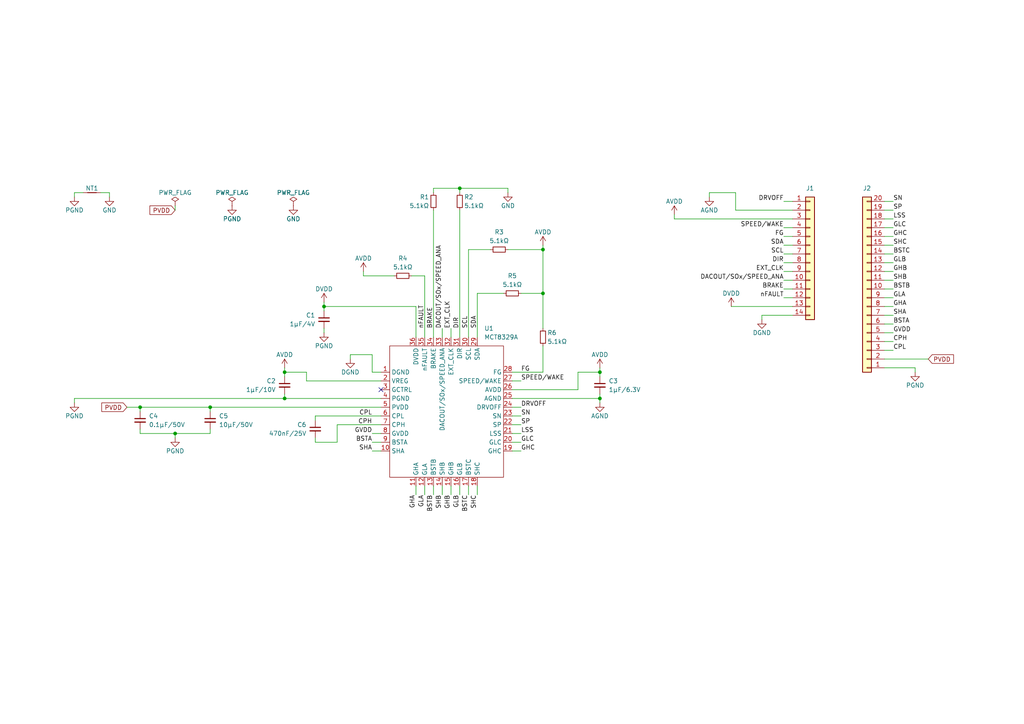
<source format=kicad_sch>
(kicad_sch (version 20230121) (generator eeschema)
  (paper "A4")
  (title_block (title "MCT8329A Breakout (25V max)") (date "2023-04-10") (rev "1.0") (company "Biscuits24_"))
  (lib_symbols
    (symbol "Connector_Generic:Conn_01x14" (pin_names (offset 1.016) hide)
      (property "Reference" "J" (at 0 17.78 0))
      (property "Value" "Conn_01x14" (at 0 -20.32 0))
      (symbol "Conn_01x14_1_1"
        (rectangle (start -1.27 -17.653) (end 0 -17.907) (stroke (width 0.1524)))
        (rectangle (start -1.27 -15.113) (end 0 -15.367) (stroke (width 0.1524)))
        (rectangle (start -1.27 -12.573) (end 0 -12.827) (stroke (width 0.1524)))
        (rectangle (start -1.27 -10.033) (end 0 -10.287) (stroke (width 0.1524)))
        (rectangle (start -1.27 -7.493) (end 0 -7.747) (stroke (width 0.1524)))
        (rectangle (start -1.27 -4.953) (end 0 -5.207) (stroke (width 0.1524)))
        (rectangle (start -1.27 -2.413) (end 0 -2.667) (stroke (width 0.1524)))
        (rectangle (start -1.27 0.127) (end 0 -0.127) (stroke (width 0.1524)))
        (rectangle (start -1.27 2.667) (end 0 2.413) (stroke (width 0.1524)))
        (rectangle (start -1.27 5.207) (end 0 4.953) (stroke (width 0.1524)))
        (rectangle (start -1.27 7.747) (end 0 7.493) (stroke (width 0.1524)))
        (rectangle (start -1.27 10.287) (end 0 10.033) (stroke (width 0.1524)))
        (rectangle (start -1.27 12.827) (end 0 12.573) (stroke (width 0.1524)))
        (rectangle (start -1.27 15.367) (end 0 15.113) (stroke (width 0.1524)))
        (rectangle (start -1.27 16.51) (end 1.27 -19.05) (stroke (width 0.254)) (fill (type background)))
        (pin passive line (at -5.08 15.24 0) (length 3.81) (name "Pin_1") (number "1"))
        (pin passive line (at -5.08 -7.62 0) (length 3.81) (name "Pin_10") (number "10"))
        (pin passive line (at -5.08 -10.16 0) (length 3.81) (name "Pin_11") (number "11"))
        (pin passive line (at -5.08 -12.7 0) (length 3.81) (name "Pin_12") (number "12"))
        (pin passive line (at -5.08 -15.24 0) (length 3.81) (name "Pin_13") (number "13"))
        (pin passive line (at -5.08 -17.78 0) (length 3.81) (name "Pin_14") (number "14"))
        (pin passive line (at -5.08 12.7 0) (length 3.81) (name "Pin_2") (number "2"))
        (pin passive line (at -5.08 10.16 0) (length 3.81) (name "Pin_3") (number "3"))
        (pin passive line (at -5.08 7.62 0) (length 3.81) (name "Pin_4") (number "4"))
        (pin passive line (at -5.08 5.08 0) (length 3.81) (name "Pin_5") (number "5"))
        (pin passive line (at -5.08 2.54 0) (length 3.81) (name "Pin_6") (number "6"))
        (pin passive line (at -5.08 0 0) (length 3.81) (name "Pin_7") (number "7"))
        (pin passive line (at -5.08 -2.54 0) (length 3.81) (name "Pin_8") (number "8"))
        (pin passive line (at -5.08 -5.08 0) (length 3.81) (name "Pin_9") (number "9"))
      )
    )
    (symbol "Connector_Generic:Conn_01x20" (pin_names (offset 1.016) hide)
      (property "Reference" "J" (at 0 25.4 0))
      (property "Value" "Conn_01x20" (at 0 -27.94 0))
      (symbol "Conn_01x20_1_1"
        (rectangle (start -1.27 -25.273) (end 0 -25.527) (stroke (width 0.1524)))
        (rectangle (start -1.27 -22.733) (end 0 -22.987) (stroke (width 0.1524)))
        (rectangle (start -1.27 -20.193) (end 0 -20.447) (stroke (width 0.1524)))
        (rectangle (start -1.27 -17.653) (end 0 -17.907) (stroke (width 0.1524)))
        (rectangle (start -1.27 -15.113) (end 0 -15.367) (stroke (width 0.1524)))
        (rectangle (start -1.27 -12.573) (end 0 -12.827) (stroke (width 0.1524)))
        (rectangle (start -1.27 -10.033) (end 0 -10.287) (stroke (width 0.1524)))
        (rectangle (start -1.27 -7.493) (end 0 -7.747) (stroke (width 0.1524)))
        (rectangle (start -1.27 -4.953) (end 0 -5.207) (stroke (width 0.1524)))
        (rectangle (start -1.27 -2.413) (end 0 -2.667) (stroke (width 0.1524)))
        (rectangle (start -1.27 0.127) (end 0 -0.127) (stroke (width 0.1524)))
        (rectangle (start -1.27 2.667) (end 0 2.413) (stroke (width 0.1524)))
        (rectangle (start -1.27 5.207) (end 0 4.953) (stroke (width 0.1524)))
        (rectangle (start -1.27 7.747) (end 0 7.493) (stroke (width 0.1524)))
        (rectangle (start -1.27 10.287) (end 0 10.033) (stroke (width 0.1524)))
        (rectangle (start -1.27 12.827) (end 0 12.573) (stroke (width 0.1524)))
        (rectangle (start -1.27 15.367) (end 0 15.113) (stroke (width 0.1524)))
        (rectangle (start -1.27 17.907) (end 0 17.653) (stroke (width 0.1524)))
        (rectangle (start -1.27 20.447) (end 0 20.193) (stroke (width 0.1524)))
        (rectangle (start -1.27 22.987) (end 0 22.733) (stroke (width 0.1524)))
        (rectangle (start -1.27 24.13) (end 1.27 -26.67) (stroke (width 0.254)) (fill (type background)))
        (pin passive line (at -5.08 22.86 0) (length 3.81) (name "Pin_1") (number "1"))
        (pin passive line (at -5.08 0 0) (length 3.81) (name "Pin_10") (number "10"))
        (pin passive line (at -5.08 -2.54 0) (length 3.81) (name "Pin_11") (number "11"))
        (pin passive line (at -5.08 -5.08 0) (length 3.81) (name "Pin_12") (number "12"))
        (pin passive line (at -5.08 -7.62 0) (length 3.81) (name "Pin_13") (number "13"))
        (pin passive line (at -5.08 -10.16 0) (length 3.81) (name "Pin_14") (number "14"))
        (pin passive line (at -5.08 -12.7 0) (length 3.81) (name "Pin_15") (number "15"))
        (pin passive line (at -5.08 -15.24 0) (length 3.81) (name "Pin_16") (number "16"))
        (pin passive line (at -5.08 -17.78 0) (length 3.81) (name "Pin_17") (number "17"))
        (pin passive line (at -5.08 -20.32 0) (length 3.81) (name "Pin_18") (number "18"))
        (pin passive line (at -5.08 -22.86 0) (length 3.81) (name "Pin_19") (number "19"))
        (pin passive line (at -5.08 20.32 0) (length 3.81) (name "Pin_2") (number "2"))
        (pin passive line (at -5.08 -25.4 0) (length 3.81) (name "Pin_20") (number "20"))
        (pin passive line (at -5.08 17.78 0) (length 3.81) (name "Pin_3") (number "3"))
        (pin passive line (at -5.08 15.24 0) (length 3.81) (name "Pin_4") (number "4"))
        (pin passive line (at -5.08 12.7 0) (length 3.81) (name "Pin_5") (number "5"))
        (pin passive line (at -5.08 10.16 0) (length 3.81) (name "Pin_6") (number "6"))
        (pin passive line (at -5.08 7.62 0) (length 3.81) (name "Pin_7") (number "7"))
        (pin passive line (at -5.08 5.08 0) (length 3.81) (name "Pin_8") (number "8"))
        (pin passive line (at -5.08 2.54 0) (length 3.81) (name "Pin_9") (number "9"))
      )
    )
    (symbol "Device:C_Small" (pin_numbers hide) (pin_names (offset 0.254) hide)
      (property "Reference" "C" (at 0.254 1.778 0))
      (property "Value" "C_Small" (at 0.254 -2.032 0))
      (symbol "C_Small_0_1"
        (polyline (pts (xy -1.524 -0.508) (xy 1.524 -0.508)) (stroke (width 0.3302)))
        (polyline (pts (xy -1.524 0.508) (xy 1.524 0.508)) (stroke (width 0.3048)))
      )
      (symbol "C_Small_1_1"
        (pin passive line (at 0 2.54 270) (length 2.032) (name "~") (number "1"))
        (pin passive line (at 0 -2.54 90) (length 2.032) (name "~") (number "2"))
      )
    )
    (symbol "Device:NetTie_2" (pin_numbers hide) (pin_names (offset 0) hide)
      (property "Reference" "NT" (at 0 1.27 0))
      (property "Value" "NetTie_2" (at 0 -1.27 0))
      (symbol "NetTie_2_0_1"
        (polyline (pts (xy -1.27 0) (xy 1.27 0)) (stroke (width 0.254)))
      )
      (symbol "NetTie_2_1_1"
        (pin passive line (at -2.54 0 0) (length 2.54) (name "1") (number "1"))
        (pin passive line (at 2.54 0 180) (length 2.54) (name "2") (number "2"))
      )
    )
    (symbol "Device:R_Small" (pin_numbers hide) (pin_names (offset 0.254) hide)
      (property "Reference" "R" (at 0.762 0.508 0))
      (property "Value" "R_Small" (at 0.762 -1.016 0))
      (symbol "R_Small_0_1"
        (rectangle (start -0.762 1.778) (end 0.762 -1.778) (stroke (width 0.2032)))
      )
      (symbol "R_Small_1_1"
        (pin passive line (at 0 2.54 270) (length 0.762) (name "~") (number "1"))
        (pin passive line (at 0 -2.54 90) (length 0.762) (name "~") (number "2"))
      )
    )
    (symbol "Driver_Motor_Extended:MCT8329A"
      (property "Reference" "U" (at -22.86 23.495 0))
      (property "Value" "MCT8329A" (at -22.86 20.955 0))
      (symbol "MCT8329A_0_0"
        (pin power_out line (at -19.05 11.43 0) (length 2.54) (name "DGND") (number "1"))
        (pin bidirectional line (at -19.05 -11.43 0) (length 2.54) (name "SHA") (number "10"))
        (pin output line (at -8.89 -21.59 90) (length 2.54) (name "GHA") (number "11"))
        (pin output line (at -6.35 -21.59 90) (length 2.54) (name "GLA") (number "12"))
        (pin output line (at -3.81 -21.59 90) (length 2.54) (name "BSTB") (number "13"))
        (pin bidirectional line (at -1.27 -21.59 90) (length 2.54) (name "SHB") (number "14"))
        (pin output line (at 1.27 -21.59 90) (length 2.54) (name "GHB") (number "15"))
        (pin output line (at 3.81 -21.59 90) (length 2.54) (name "GLB") (number "16"))
        (pin output line (at 6.35 -21.59 90) (length 2.54) (name "BSTC") (number "17"))
        (pin bidirectional line (at 8.89 -21.59 90) (length 2.54) (name "SHC") (number "18"))
        (pin output line (at 19.05 -11.43 180) (length 2.54) (name "GHC") (number "19"))
        (pin power_in line (at -19.05 8.89 0) (length 2.54) (name "VREG") (number "2"))
        (pin output line (at 19.05 -8.89 180) (length 2.54) (name "GLC") (number "20"))
        (pin power_out line (at 19.05 -6.35 180) (length 2.54) (name "LSS") (number "21"))
        (pin input line (at 19.05 -3.81 180) (length 2.54) (name "SP") (number "22"))
        (pin input line (at 19.05 -1.27 180) (length 2.54) (name "SN") (number "23"))
        (pin input line (at 19.05 1.27 180) (length 2.54) (name "DRVOFF") (number "24"))
        (pin power_out line (at 19.05 3.81 180) (length 2.54) (name "AGND") (number "25"))
        (pin power_out line (at 19.05 6.35 180) (length 2.54) (name "AVDD") (number "26"))
        (pin input line (at 19.05 8.89 180) (length 2.54) (name "SPEED/WAKE") (number "27"))
        (pin output line (at 19.05 11.43 180) (length 2.54) (name "FG") (number "28"))
        (pin bidirectional line (at 8.89 21.59 270) (length 2.54) (name "SDA") (number "29"))
        (pin output line (at -19.05 6.35 0) (length 2.54) (name "GCTRL") (number "3"))
        (pin input line (at 6.35 21.59 270) (length 2.54) (name "SCL") (number "30"))
        (pin input line (at 3.81 21.59 270) (length 2.54) (name "DIR") (number "31"))
        (pin input line (at 1.27 21.59 270) (length 2.54) (name "EXT_CLK") (number "32"))
        (pin bidirectional line (at -1.27 21.59 270) (length 2.54) (name "DACOUT/SOx/SPEED_ANA") (number "33"))
        (pin input line (at -3.81 21.59 270) (length 2.54) (name "BRAKE") (number "34"))
        (pin output line (at -6.35 21.59 270) (length 2.54) (name "nFAULT") (number "35"))
        (pin power_out line (at -8.89 21.59 270) (length 2.54) (name "DVDD") (number "36"))
        (pin power_in line (at -19.05 3.81 0) (length 2.54) (name "PGND") (number "4"))
        (pin power_in line (at -19.05 1.27 0) (length 2.54) (name "PVDD") (number "5"))
        (pin passive line (at -19.05 -1.27 0) (length 2.54) (name "CPL") (number "6"))
        (pin passive line (at -19.05 -3.81 0) (length 2.54) (name "CPH") (number "7"))
        (pin power_out line (at -19.05 -6.35 0) (length 2.54) (name "GVDD") (number "8"))
        (pin output line (at -19.05 -8.89 0) (length 2.54) (name "BSTA") (number "9"))
      )
      (symbol "MCT8329A_0_1"
        (rectangle (start -16.51 19.05) (end 16.51 -19.05))
      )
    )
    (symbol "Power_Extended:AGND" (power) (pin_names (offset 0))
      (property "Value" "AGND" (at 0 -3.81 0))
      (symbol "AGND_0_1"
        (polyline (pts (xy 0 0) (xy 0 -1.27) (xy 1.27 -1.27) (xy 0 -2.54) (xy -1.27 -1.27) (xy 0 -1.27)))
      )
      (symbol "AGND_1_1"
        (pin power_in line (at 0 0 270) (length 0) hide (name "AGND") (number "1"))
      )
    )
    (symbol "Power_Extended:AVDD" (power) (pin_names (offset 0))
      (property "Value" "AVDD" (at 0 3.556 0))
      (symbol "AVDD_0_1"
        (polyline (pts (xy -0.762 1.27) (xy 0 2.54)))
        (polyline (pts (xy 0 0) (xy 0 2.54)))
        (polyline (pts (xy 0 2.54) (xy 0.762 1.27)))
      )
      (symbol "AVDD_1_1"
        (pin power_in line (at 0 0 90) (length 0) hide (name "AVDD") (number "1"))
      )
    )
    (symbol "Power_Extended:DGND" (power) (pin_names (offset 0))
      (property "Value" "DGND" (at 0 -3.81 0))
      (symbol "DGND_0_1"
        (polyline (pts (xy 0 0) (xy 0 -1.27) (xy 1.27 -1.27) (xy 0 -2.54) (xy -1.27 -1.27) (xy 0 -1.27)))
      )
      (symbol "DGND_1_1"
        (pin power_in line (at 0 0 270) (length 0) hide (name "DGND") (number "1"))
      )
    )
    (symbol "Power_Extended:DVDD" (power) (pin_names (offset 0))
      (property "Value" "DVDD" (at 0 3.556 0))
      (symbol "DVDD_0_1"
        (polyline (pts (xy -0.762 1.27) (xy 0 2.54)))
        (polyline (pts (xy 0 0) (xy 0 2.54)))
        (polyline (pts (xy 0 2.54) (xy 0.762 1.27)))
      )
      (symbol "DVDD_1_1"
        (pin power_in line (at 0 0 90) (length 0) hide (name "DVDD") (number "1"))
      )
    )
    (symbol "Power_Extended:PGND" (power) (pin_names (offset 0))
      (property "Value" "PGND" (at 0 -3.81 0))
      (symbol "PGND_0_1"
        (polyline (pts (xy 0 0) (xy 0 -1.27) (xy 1.27 -1.27) (xy 0 -2.54) (xy -1.27 -1.27) (xy 0 -1.27)))
      )
      (symbol "PGND_1_1"
        (pin power_in line (at 0 0 270) (length 0) hide (name "PGND") (number "1"))
      )
    )
    (symbol "power:GND" (power) (pin_names (offset 0))
      (property "Value" "GND" (at 0 -3.81 0))
      (symbol "GND_0_1"
        (polyline (pts (xy 0 0) (xy 0 -1.27) (xy 1.27 -1.27) (xy 0 -2.54) (xy -1.27 -1.27) (xy 0 -1.27)))
      )
      (symbol "GND_1_1"
        (pin power_in line (at 0 0 270) (length 0) hide (name "GND") (number "1"))
      )
    )
    (symbol "power:PWR_FLAG" (power) (pin_numbers hide) (pin_names (offset 0) hide)
      (property "Value" "PWR_FLAG" (at 0 3.81 0))
      (symbol "PWR_FLAG_0_0"
        (pin power_out line (at 0 0 90) (length 0) (name "pwr") (number "1"))
      )
      (symbol "PWR_FLAG_0_1"
        (polyline (pts (xy 0 0) (xy 0 1.27) (xy -1.016 1.905) (xy 0 2.54) (xy 1.016 1.905) (xy 0 1.27)))
      )
    )
  )
  (junction (at 157.48 72.39))
  (junction (at 50.8 125.73))
  (junction (at 133.35 54.61))
  (junction (at 93.98 88.9))
  (junction (at 173.99 115.57))
  (junction (at 40.64 118.11))
  (junction (at 157.48 85.09))
  (junction (at 173.99 107.95))
  (junction (at 82.55 107.95))
  (junction (at 60.96 118.11))
  (junction (at 82.55 115.57))
  (no_connect (at 110.49 113.03))
  (wire (pts (xy 135.89 72.39) (xy 135.89 97.79)))
  (wire (pts (xy 36.83 118.11) (xy 40.64 118.11)))
  (wire (pts (xy 173.99 109.22) (xy 173.99 107.95)))
  (wire (pts (xy 148.59 110.49) (xy 151.13 110.49)))
  (wire (pts (xy 91.44 120.65) (xy 91.44 121.92)))
  (wire (pts (xy 148.59 113.03) (xy 167.64 113.03)))
  (wire (pts (xy 123.19 80.01) (xy 123.19 97.79)))
  (wire (pts (xy 157.48 71.12) (xy 157.48 72.39)))
  (wire (pts (xy 105.41 78.74) (xy 105.41 80.01)))
  (wire (pts (xy 82.55 114.3) (xy 82.55 115.57)))
  (wire (pts (xy 21.59 116.84) (xy 21.59 115.57)))
  (wire (pts (xy 212.09 88.9) (xy 229.87 88.9)))
  (wire (pts (xy 93.98 87.63) (xy 93.98 88.9)))
  (wire (pts (xy 138.43 140.97) (xy 138.43 143.51)))
  (wire (pts (xy 21.59 57.15) (xy 21.59 55.88)))
  (wire (pts (xy 220.98 91.44) (xy 229.87 91.44)))
  (wire (pts (xy 120.65 88.9) (xy 120.65 97.79)))
  (wire (pts (xy 107.95 102.87) (xy 101.6 102.87)))
  (wire (pts (xy 50.8 125.73) (xy 60.96 125.73)))
  (wire (pts (xy 256.54 99.06) (xy 259.08 99.06)))
  (wire (pts (xy 120.65 140.97) (xy 120.65 143.51)))
  (wire (pts (xy 123.19 140.97) (xy 123.19 143.51)))
  (wire (pts (xy 147.32 72.39) (xy 157.48 72.39)))
  (wire (pts (xy 133.35 60.96) (xy 133.35 97.79)))
  (wire (pts (xy 128.27 140.97) (xy 128.27 143.51)))
  (wire (pts (xy 40.64 118.11) (xy 40.64 119.38)))
  (wire (pts (xy 173.99 114.3) (xy 173.99 115.57)))
  (wire (pts (xy 227.33 71.12) (xy 229.87 71.12)))
  (wire (pts (xy 133.35 140.97) (xy 133.35 143.51)))
  (wire (pts (xy 133.35 54.61) (xy 133.35 55.88)))
  (wire (pts (xy 256.54 58.42) (xy 259.08 58.42)))
  (wire (pts (xy 205.74 55.88) (xy 213.36 55.88)))
  (wire (pts (xy 148.59 120.65) (xy 151.13 120.65)))
  (wire (pts (xy 130.81 140.97) (xy 130.81 143.51)))
  (wire (pts (xy 91.44 127) (xy 91.44 128.27)))
  (wire (pts (xy 93.98 88.9) (xy 120.65 88.9)))
  (wire (pts (xy 195.58 63.5) (xy 229.87 63.5)))
  (wire (pts (xy 147.32 55.88) (xy 147.32 54.61)))
  (wire (pts (xy 256.54 88.9) (xy 259.08 88.9)))
  (wire (pts (xy 107.95 130.81) (xy 110.49 130.81)))
  (wire (pts (xy 21.59 55.88) (xy 24.13 55.88)))
  (wire (pts (xy 125.73 140.97) (xy 125.73 143.51)))
  (wire (pts (xy 148.59 115.57) (xy 173.99 115.57)))
  (wire (pts (xy 256.54 73.66) (xy 259.08 73.66)))
  (wire (pts (xy 110.49 120.65) (xy 91.44 120.65)))
  (wire (pts (xy 256.54 86.36) (xy 259.08 86.36)))
  (wire (pts (xy 256.54 106.68) (xy 265.43 106.68)))
  (wire (pts (xy 88.9 110.49) (xy 110.49 110.49)))
  (wire (pts (xy 227.33 78.74) (xy 229.87 78.74)))
  (wire (pts (xy 128.27 95.25) (xy 128.27 97.79)))
  (wire (pts (xy 148.59 123.19) (xy 151.13 123.19)))
  (wire (pts (xy 167.64 113.03) (xy 167.64 107.95)))
  (wire (pts (xy 60.96 124.46) (xy 60.96 125.73)))
  (wire (pts (xy 88.9 107.95) (xy 82.55 107.95)))
  (wire (pts (xy 125.73 55.88) (xy 125.73 54.61)))
  (wire (pts (xy 88.9 110.49) (xy 88.9 107.95)))
  (wire (pts (xy 256.54 71.12) (xy 259.08 71.12)))
  (wire (pts (xy 227.33 68.58) (xy 229.87 68.58)))
  (wire (pts (xy 220.98 92.71) (xy 220.98 91.44)))
  (wire (pts (xy 256.54 96.52) (xy 259.08 96.52)))
  (wire (pts (xy 148.59 130.81) (xy 151.13 130.81)))
  (wire (pts (xy 227.33 58.42) (xy 229.87 58.42)))
  (wire (pts (xy 148.59 118.11) (xy 151.13 118.11)))
  (wire (pts (xy 256.54 66.04) (xy 259.08 66.04)))
  (wire (pts (xy 107.95 107.95) (xy 107.95 102.87)))
  (wire (pts (xy 82.55 106.68) (xy 82.55 107.95)))
  (wire (pts (xy 256.54 60.96) (xy 259.08 60.96)))
  (wire (pts (xy 93.98 88.9) (xy 93.98 90.17)))
  (wire (pts (xy 60.96 118.11) (xy 60.96 119.38)))
  (wire (pts (xy 173.99 106.68) (xy 173.99 107.95)))
  (wire (pts (xy 167.64 107.95) (xy 173.99 107.95)))
  (wire (pts (xy 82.55 115.57) (xy 110.49 115.57)))
  (wire (pts (xy 265.43 106.68) (xy 265.43 107.95)))
  (wire (pts (xy 256.54 68.58) (xy 259.08 68.58)))
  (wire (pts (xy 157.48 72.39) (xy 157.48 85.09)))
  (wire (pts (xy 91.44 128.27) (xy 97.79 128.27)))
  (wire (pts (xy 148.59 128.27) (xy 151.13 128.27)))
  (wire (pts (xy 31.75 55.88) (xy 31.75 57.15)))
  (wire (pts (xy 138.43 85.09) (xy 146.05 85.09)))
  (wire (pts (xy 157.48 100.33) (xy 157.48 107.95)))
  (wire (pts (xy 123.19 80.01) (xy 119.38 80.01)))
  (wire (pts (xy 133.35 54.61) (xy 147.32 54.61)))
  (wire (pts (xy 256.54 63.5) (xy 259.08 63.5)))
  (wire (pts (xy 97.79 128.27) (xy 97.79 123.19)))
  (wire (pts (xy 130.81 95.25) (xy 130.81 97.79)))
  (wire (pts (xy 40.64 125.73) (xy 50.8 125.73)))
  (wire (pts (xy 227.33 66.04) (xy 229.87 66.04)))
  (wire (pts (xy 157.48 85.09) (xy 157.48 95.25)))
  (wire (pts (xy 256.54 104.14) (xy 269.24 104.14)))
  (wire (pts (xy 227.33 83.82) (xy 229.87 83.82)))
  (wire (pts (xy 107.95 128.27) (xy 110.49 128.27)))
  (wire (pts (xy 151.13 85.09) (xy 157.48 85.09)))
  (wire (pts (xy 256.54 76.2) (xy 259.08 76.2)))
  (wire (pts (xy 97.79 123.19) (xy 110.49 123.19)))
  (wire (pts (xy 256.54 91.44) (xy 259.08 91.44)))
  (wire (pts (xy 256.54 81.28) (xy 259.08 81.28)))
  (wire (pts (xy 60.96 118.11) (xy 40.64 118.11)))
  (wire (pts (xy 60.96 118.11) (xy 110.49 118.11)))
  (wire (pts (xy 148.59 125.73) (xy 151.13 125.73)))
  (wire (pts (xy 93.98 96.52) (xy 93.98 95.25)))
  (wire (pts (xy 138.43 85.09) (xy 138.43 97.79)))
  (wire (pts (xy 110.49 107.95) (xy 107.95 107.95)))
  (wire (pts (xy 227.33 81.28) (xy 229.87 81.28)))
  (wire (pts (xy 135.89 72.39) (xy 142.24 72.39)))
  (wire (pts (xy 227.33 86.36) (xy 229.87 86.36)))
  (wire (pts (xy 227.33 73.66) (xy 229.87 73.66)))
  (wire (pts (xy 50.8 59.69) (xy 50.8 60.96)))
  (wire (pts (xy 195.58 63.5) (xy 195.58 62.23)))
  (wire (pts (xy 213.36 55.88) (xy 213.36 60.96)))
  (wire (pts (xy 256.54 93.98) (xy 259.08 93.98)))
  (wire (pts (xy 256.54 101.6) (xy 259.08 101.6)))
  (wire (pts (xy 227.33 76.2) (xy 229.87 76.2)))
  (wire (pts (xy 40.64 124.46) (xy 40.64 125.73)))
  (wire (pts (xy 29.21 55.88) (xy 31.75 55.88)))
  (wire (pts (xy 157.48 107.95) (xy 148.59 107.95)))
  (wire (pts (xy 213.36 60.96) (xy 229.87 60.96)))
  (wire (pts (xy 107.95 125.73) (xy 110.49 125.73)))
  (wire (pts (xy 173.99 115.57) (xy 173.99 116.84)))
  (wire (pts (xy 21.59 115.57) (xy 82.55 115.57)))
  (wire (pts (xy 256.54 83.82) (xy 259.08 83.82)))
  (wire (pts (xy 135.89 140.97) (xy 135.89 143.51)))
  (wire (pts (xy 101.6 102.87) (xy 101.6 104.14)))
  (wire (pts (xy 125.73 54.61) (xy 133.35 54.61)))
  (wire (pts (xy 105.41 80.01) (xy 114.3 80.01)))
  (wire (pts (xy 205.74 57.15) (xy 205.74 55.88)))
  (wire (pts (xy 256.54 78.74) (xy 259.08 78.74)))
  (wire (pts (xy 82.55 107.95) (xy 82.55 109.22)))
  (wire (pts (xy 50.8 125.73) (xy 50.8 127)))
  (wire (pts (xy 125.73 60.96) (xy 125.73 97.79)))
  (label "GVDD" (at 107.95 125.73 180))
  (label "SHB" (at 128.27 143.51 270))
  (label "BSTC" (at 135.89 143.51 270))
  (label "GLC" (at 259.08 66.04 0))
  (label "SHC" (at 259.08 71.12 0))
  (label "nFAULT" (at 227.33 86.36 180))
  (label "GLC" (at 151.13 128.27 0))
  (label "LSS" (at 151.13 125.73 0))
  (label "DACOUT{slash}SOx{slash}SPEED_ANA" (at 128.27 95.25 90))
  (label "SHA" (at 107.95 130.81 180))
  (label "SCL" (at 135.89 95.25 90))
  (label "GLA" (at 259.08 86.36 0))
  (label "CPL" (at 107.95 120.65 180))
  (label "GHC" (at 151.13 130.81 0))
  (label "GHA" (at 259.08 88.9 0))
  (label "DACOUT{slash}SOx{slash}SPEED_ANA" (at 227.33 81.28 180))
  (label "CPL" (at 259.08 101.6 0))
  (label "LSS" (at 259.08 63.5 0))
  (label "FG" (at 151.13 107.95 0))
  (label "GLB" (at 259.08 76.2 0))
  (label "SHB" (at 259.08 81.28 0))
  (label "SN" (at 259.08 58.42 0))
  (label "DIR" (at 227.33 76.2 180))
  (label "GHB" (at 259.08 78.74 0))
  (label "BSTB" (at 125.73 143.51 270))
  (label "SP" (at 151.13 123.19 0))
  (label "DIR" (at 133.35 95.25 90))
  (label "nFAULT" (at 123.19 95.25 90))
  (label "GHB" (at 130.81 143.51 270))
  (label "SCL" (at 227.33 73.66 180))
  (label "DRVOFF" (at 227.33 58.42 180))
  (label "CPH" (at 259.08 99.06 0))
  (label "SHC" (at 138.43 143.51 270))
  (label "SP" (at 259.08 60.96 0))
  (label "DRVOFF" (at 151.13 118.11 0))
  (label "SPEED{slash}WAKE" (at 151.13 110.49 0))
  (label "BRAKE" (at 227.33 83.82 180))
  (label "SN" (at 151.13 120.65 0))
  (label "FG" (at 227.33 68.58 180))
  (label "BRAKE" (at 125.73 95.25 90))
  (label "BSTB" (at 259.08 83.82 0))
  (label "BSTA" (at 259.08 93.98 0))
  (label "GHC" (at 259.08 68.58 0))
  (label "SDA" (at 227.33 71.12 180))
  (label "GLB" (at 133.35 143.51 270))
  (label "CPH" (at 107.95 123.19 180))
  (label "GHA" (at 120.65 143.51 270))
  (label "BSTC" (at 259.08 73.66 0))
  (label "GVDD" (at 259.08 96.52 0))
  (label "EXT_CLK" (at 227.33 78.74 180))
  (label "SDA" (at 138.43 95.25 90))
  (label "SHA" (at 259.08 91.44 0))
  (label "EXT_CLK" (at 130.81 95.25 90))
  (label "GLA" (at 123.19 143.51 270))
  (label "SPEED{slash}WAKE" (at 227.33 66.04 180))
  (label "BSTA" (at 107.95 128.27 180))
  (global_label "PVDD" (shape input) (at 269.24 104.14 0) (property "Intersheetrefs" "${INTERSHEET_REFS}" (effects hide)))
  (global_label "PVDD" (shape input) (at 50.8 60.96 180) (property "Intersheetrefs" "${INTERSHEET_REFS}" (effects hide)))
  (global_label "PVDD" (shape input) (at 36.83 118.11 180) (property "Intersheetrefs" "${INTERSHEET_REFS}" (effects hide)))
  (symbol (lib_id "Power_Extended:AGND") (at 205.74 57.15 0) (unit 1)
    (property "Reference" "#PWR04" (effects hide))
    (property "Value" "AGND" (at 205.74 60.96 0))
  )
  (symbol (lib_id "Device:R_Small") (at 144.78 72.39 90) (unit 1)
    (property "Reference" "R3" (at 144.78 67.31 90))
    (property "Value" "5.1kΩ" (at 144.78 69.85 90))
    (property "Footprint" "Resistor_SMD:R_0603_1608Metric_Pad0.98x0.95mm_HandSolder" (effects hide))
  )
  (symbol (lib_id "Power_Extended:AVDD") (at 173.99 106.68 0) (unit 1)
    (property "Reference" "#PWR015" (effects hide))
    (property "Value" "AVDD" (at 173.99 102.87 0))
  )
  (symbol (lib_id "Power_Extended:PGND") (at 67.31 59.69 0) (unit 1)
    (property "Reference" "#PWR0103" (effects hide))
    (property "Value" "PGND" (at 67.31 63.5 0))
  )
  (symbol (lib_id "Power_Extended:DVDD") (at 212.09 88.9 0) (unit 1)
    (property "Reference" "#PWR09" (effects hide))
    (property "Value" "DVDD" (at 212.09 85.09 0))
  )
  (symbol (lib_id "Device:R_Small") (at 157.48 97.79 0) (unit 1)
    (property "Reference" "R6" (at 158.75 96.52 0) (effects (justify left)))
    (property "Value" "5.1kΩ" (at 158.75 99.06 0) (effects (justify left)))
    (property "Footprint" "Resistor_SMD:R_0603_1608Metric_Pad0.98x0.95mm_HandSolder" (effects hide))
  )
  (symbol (lib_id "power:GND") (at 31.75 57.15 0) (unit 1)
    (property "Reference" "#PWR03" (effects hide))
    (property "Value" "GND" (at 31.75 60.96 0))
  )
  (symbol (lib_id "Power_Extended:AVDD") (at 105.41 78.74 0) (unit 1)
    (property "Reference" "#PWR08" (effects hide))
    (property "Value" "AVDD" (at 105.41 74.93 0))
  )
  (symbol (lib_id "Power_Extended:DGND") (at 220.98 92.71 0) (unit 1)
    (property "Reference" "#PWR010" (effects hide))
    (property "Value" "DGND" (at 220.98 96.52 0))
  )
  (symbol (lib_id "Connector_Generic:Conn_01x20") (at 251.46 83.82 180) (unit 1)
    (property "Reference" "J2" (at 251.46 54.61 0))
    (property "Value" "Conn_01x20" (effects hide))
    (property "Footprint" "Connector_PinHeader_2.54mm:PinHeader_1x20_P2.54mm_Vertical" (effects hide))
  )
  (symbol (lib_id "Device:C_Small") (at 82.55 111.76 0) (unit 1)
    (property "Reference" "C2" (at 80.01 110.49 0) (effects (justify right)))
    (property "Value" "1µF/10V" (at 80.01 113.03 0) (effects (justify right)))
    (property "Footprint" "Capacitor_SMD:C_0603_1608Metric_Pad1.08x0.95mm_HandSolder" (effects hide))
  )
  (symbol (lib_id "Device:R_Small") (at 133.35 58.42 0) (unit 1)
    (property "Reference" "R2" (at 134.62 57.15 0) (effects (justify left)))
    (property "Value" "5.1kΩ" (at 134.62 59.69 0) (effects (justify left)))
    (property "Footprint" "Resistor_SMD:R_0603_1608Metric_Pad0.98x0.95mm_HandSolder" (effects hide))
  )
  (symbol (lib_id "Device:C_Small") (at 60.96 121.92 0) (unit 1)
    (property "Reference" "C5" (at 63.5 120.6562 0) (effects (justify left)))
    (property "Value" "10µF/50V" (at 63.5 123.1962 0) (effects (justify left)))
    (property "Footprint" "Capacitor_SMD:C_0805_2012Metric_Pad1.18x1.45mm_HandSolder" (effects hide))
  )
  (symbol (lib_id "Power_Extended:PGND") (at 93.98 96.52 0) (unit 1)
    (property "Reference" "#PWR0101" (effects hide))
    (property "Value" "PGND" (at 93.98 100.33 0))
  )
  (symbol (lib_id "Device:R_Small") (at 116.84 80.01 90) (unit 1)
    (property "Reference" "R4" (at 116.84 74.93 90))
    (property "Value" "5.1kΩ" (at 116.84 77.47 90))
    (property "Footprint" "Resistor_SMD:R_0603_1608Metric_Pad0.98x0.95mm_HandSolder" (effects hide))
  )
  (symbol (lib_id "Power_Extended:AGND") (at 173.99 116.84 0) (unit 1)
    (property "Reference" "#PWR017" (effects hide))
    (property "Value" "AGND" (at 173.99 120.65 0))
  )
  (symbol (lib_id "Device:C_Small") (at 173.99 111.76 0) (unit 1)
    (property "Reference" "C3" (at 176.53 110.4962 0) (effects (justify left)))
    (property "Value" "1µF/6.3V" (at 176.53 113.0362 0) (effects (justify left)))
    (property "Footprint" "Capacitor_SMD:C_0603_1608Metric_Pad1.08x0.95mm_HandSolder" (effects hide))
  )
  (symbol (lib_id "Connector_Generic:Conn_01x14") (at 234.95 73.66 0) (unit 1)
    (property "Reference" "J1" (at 234.95 54.61 0))
    (property "Value" "Conn_01x14" (effects hide))
    (property "Footprint" "Connector_PinHeader_2.54mm:PinHeader_1x14_P2.54mm_Vertical" (effects hide))
  )
  (symbol (lib_id "power:PWR_FLAG") (at 50.8 59.69 0) (unit 1)
    (property "Reference" "#FLG01" (effects hide))
    (property "Value" "PWR_FLAG" (at 50.8 55.88 0))
  )
  (symbol (lib_id "power:GND") (at 85.09 59.69 0) (unit 1)
    (property "Reference" "#PWR0105" (effects hide))
    (property "Value" "GND" (at 85.09 63.5 0))
  )
  (symbol (lib_id "Power_Extended:PGND") (at 21.59 116.84 0) (unit 1)
    (property "Reference" "#PWR0104" (effects hide))
    (property "Value" "PGND" (at 21.59 120.65 0))
  )
  (symbol (lib_id "power:GND") (at 147.32 55.88 0) (unit 1)
    (property "Reference" "#PWR01" (effects hide))
    (property "Value" "GND" (at 147.32 59.69 0))
  )
  (symbol (lib_id "Driver_Motor_Extended:MCT8329A") (at 129.54 119.38 0) (unit 1)
    (property "Reference" "U1" (at 140.4494 95.25 0) (effects (justify left)))
    (property "Value" "MCT8329A" (at 140.4494 97.79 0) (effects (justify left)))
    (property "Footprint" "Texas_Instruments:MCT8329A1IREER" (effects hide))
    (property "Datasheet" "https://www.ti.com/lit/gpn/mct8329a" (effects hide))
  )
  (symbol (lib_id "Power_Extended:PGND") (at 50.8 127 0) (unit 1)
    (property "Reference" "#PWR018" (effects hide))
    (property "Value" "PGND" (at 50.8 130.81 0))
  )
  (symbol (lib_id "Device:C_Small") (at 93.98 92.71 0) (unit 1)
    (property "Reference" "C1" (at 91.44 91.44 0) (effects (justify right)))
    (property "Value" "1µF/4V" (at 91.44 93.98 0) (effects (justify right)))
    (property "Footprint" "Capacitor_SMD:C_0603_1608Metric_Pad1.08x0.95mm_HandSolder" (effects hide))
  )
  (symbol (lib_id "Device:NetTie_2") (at 26.67 55.88 0) (unit 1)
    (property "Reference" "NT1" (at 26.67 54.61 0))
    (property "Value" "NetTie_2" (effects hide))
    (property "Footprint" "NetTie:NetTie-2_SMD_Pad2.0mm" (effects hide))
  )
  (symbol (lib_id "Device:C_Small") (at 40.64 121.92 0) (unit 1)
    (property "Reference" "C4" (at 43.18 120.6562 0) (effects (justify left)))
    (property "Value" "0.1µF/50V" (at 43.18 123.1962 0) (effects (justify left)))
    (property "Footprint" "Capacitor_SMD:C_0603_1608Metric_Pad1.08x0.95mm_HandSolder" (effects hide))
  )
  (symbol (lib_id "Device:R_Small") (at 148.59 85.09 90) (unit 1)
    (property "Reference" "R5" (at 148.59 80.01 90))
    (property "Value" "5.1kΩ" (at 148.59 82.55 90))
    (property "Footprint" "Resistor_SMD:R_0603_1608Metric_Pad0.98x0.95mm_HandSolder" (effects hide))
  )
  (symbol (lib_id "Power_Extended:AVDD") (at 82.55 106.68 0) (unit 1)
    (property "Reference" "#PWR014" (effects hide))
    (property "Value" "AVDD" (at 82.55 102.87 0))
  )
  (symbol (lib_id "Device:C_Small") (at 91.44 124.46 0) (unit 1)
    (property "Reference" "C6" (at 88.9 123.19 0) (effects (justify right)))
    (property "Value" "470nF/25V" (at 88.9 125.73 0) (effects (justify right)))
    (property "Footprint" "Capacitor_SMD:C_0603_1608Metric_Pad1.08x0.95mm_HandSolder" (effects hide))
  )
  (symbol (lib_id "Power_Extended:DVDD") (at 93.98 87.63 0) (unit 1)
    (property "Reference" "#PWR011" (effects hide))
    (property "Value" "DVDD" (at 93.98 83.82 0))
  )
  (symbol (lib_id "Power_Extended:DGND") (at 101.6 104.14 0) (unit 1)
    (property "Reference" "#PWR013" (effects hide))
    (property "Value" "DGND" (at 101.6 107.95 0))
  )
  (symbol (lib_id "Power_Extended:PGND") (at 265.43 107.95 0) (unit 1)
    (property "Reference" "#PWR0102" (effects hide))
    (property "Value" "PGND" (at 265.43 111.76 0))
  )
  (symbol (lib_id "Power_Extended:AVDD") (at 157.48 71.12 0) (unit 1)
    (property "Reference" "#PWR07" (effects hide))
    (property "Value" "AVDD" (at 157.48 67.31 0))
  )
  (symbol (lib_id "Power_Extended:AVDD") (at 195.58 62.23 0) (unit 1)
    (property "Reference" "#PWR06" (effects hide))
    (property "Value" "AVDD" (at 195.58 58.42 0))
  )
  (symbol (lib_id "Device:R_Small") (at 125.73 58.42 180) (unit 1)
    (property "Reference" "R1" (at 124.46 57.15 0) (effects (justify left)))
    (property "Value" "5.1kΩ" (at 124.46 59.69 0) (effects (justify left)))
    (property "Footprint" "Resistor_SMD:R_0603_1608Metric_Pad0.98x0.95mm_HandSolder" (effects hide))
  )
  (symbol (lib_id "Power_Extended:PGND") (at 21.59 57.15 0) (unit 1)
    (property "Reference" "#PWR02" (effects hide))
    (property "Value" "PGND" (at 21.59 60.96 0))
  )
  (symbol (lib_id "power:PWR_FLAG") (at 67.31 59.69 0) (unit 1)
    (property "Reference" "#FLG02" (effects hide))
    (property "Value" "PWR_FLAG" (at 67.31 55.88 0))
  )
  (symbol (lib_id "power:PWR_FLAG") (at 85.09 59.69 0) (unit 1)
    (property "Reference" "#FLG0101" (effects hide))
    (property "Value" "PWR_FLAG" (at 85.09 55.88 0))
  )
)
</source>
